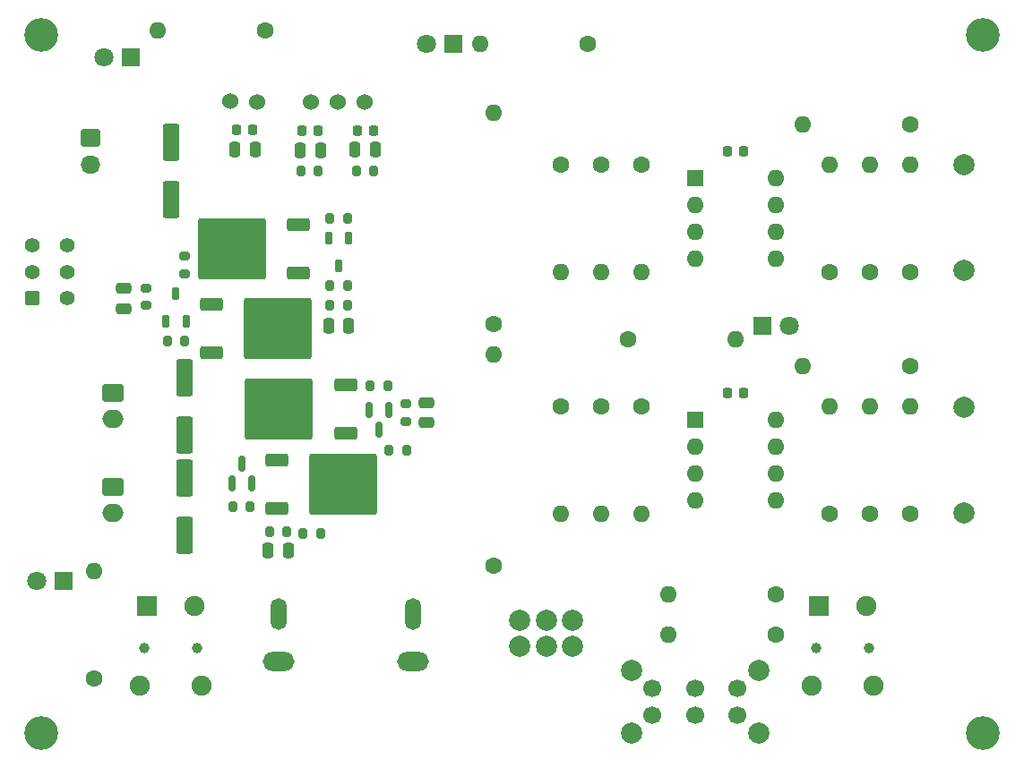
<source format=gbr>
%TF.GenerationSoftware,KiCad,Pcbnew,7.0.11*%
%TF.CreationDate,2024-12-01T20:51:01+09:00*%
%TF.ProjectId,AudioAmp_v0,41756469-6f41-46d7-905f-76302e6b6963,rev?*%
%TF.SameCoordinates,Original*%
%TF.FileFunction,Soldermask,Top*%
%TF.FilePolarity,Negative*%
%FSLAX46Y46*%
G04 Gerber Fmt 4.6, Leading zero omitted, Abs format (unit mm)*
G04 Created by KiCad (PCBNEW 7.0.11) date 2024-12-01 20:51:01*
%MOMM*%
%LPD*%
G01*
G04 APERTURE LIST*
G04 Aperture macros list*
%AMRoundRect*
0 Rectangle with rounded corners*
0 $1 Rounding radius*
0 $2 $3 $4 $5 $6 $7 $8 $9 X,Y pos of 4 corners*
0 Add a 4 corners polygon primitive as box body*
4,1,4,$2,$3,$4,$5,$6,$7,$8,$9,$2,$3,0*
0 Add four circle primitives for the rounded corners*
1,1,$1+$1,$2,$3*
1,1,$1+$1,$4,$5*
1,1,$1+$1,$6,$7*
1,1,$1+$1,$8,$9*
0 Add four rect primitives between the rounded corners*
20,1,$1+$1,$2,$3,$4,$5,0*
20,1,$1+$1,$4,$5,$6,$7,0*
20,1,$1+$1,$6,$7,$8,$9,0*
20,1,$1+$1,$8,$9,$2,$3,0*%
G04 Aperture macros list end*
%ADD10RoundRect,0.200000X0.200000X0.275000X-0.200000X0.275000X-0.200000X-0.275000X0.200000X-0.275000X0*%
%ADD11R,1.800000X1.800000*%
%ADD12C,1.800000*%
%ADD13C,1.600000*%
%ADD14O,1.600000X1.600000*%
%ADD15RoundRect,0.250000X-0.750000X0.600000X-0.750000X-0.600000X0.750000X-0.600000X0.750000X0.600000X0*%
%ADD16O,2.000000X1.700000*%
%ADD17C,2.000000*%
%ADD18C,3.200000*%
%ADD19RoundRect,0.150000X0.150000X-0.587500X0.150000X0.587500X-0.150000X0.587500X-0.150000X-0.587500X0*%
%ADD20RoundRect,0.225000X-0.225000X-0.250000X0.225000X-0.250000X0.225000X0.250000X-0.225000X0.250000X0*%
%ADD21RoundRect,0.200000X-0.200000X-0.275000X0.200000X-0.275000X0.200000X0.275000X-0.200000X0.275000X0*%
%ADD22RoundRect,0.250000X0.850000X0.350000X-0.850000X0.350000X-0.850000X-0.350000X0.850000X-0.350000X0*%
%ADD23RoundRect,0.249997X2.950003X2.650003X-2.950003X2.650003X-2.950003X-2.650003X2.950003X-2.650003X0*%
%ADD24R,1.600000X1.600000*%
%ADD25RoundRect,0.250000X-0.550000X1.500000X-0.550000X-1.500000X0.550000X-1.500000X0.550000X1.500000X0*%
%ADD26RoundRect,0.250000X0.475000X-0.250000X0.475000X0.250000X-0.475000X0.250000X-0.475000X-0.250000X0*%
%ADD27RoundRect,0.162500X0.162500X-0.447500X0.162500X0.447500X-0.162500X0.447500X-0.162500X-0.447500X0*%
%ADD28O,2.997200X1.803400*%
%ADD29O,1.498600X2.997200*%
%ADD30RoundRect,0.250000X0.550000X-1.500000X0.550000X1.500000X-0.550000X1.500000X-0.550000X-1.500000X0*%
%ADD31RoundRect,0.250000X0.250000X0.475000X-0.250000X0.475000X-0.250000X-0.475000X0.250000X-0.475000X0*%
%ADD32C,1.524000*%
%ADD33C,1.000000*%
%ADD34R,1.900000X1.900000*%
%ADD35C,1.900000*%
%ADD36RoundRect,0.250000X-0.250000X-0.475000X0.250000X-0.475000X0.250000X0.475000X-0.250000X0.475000X0*%
%ADD37RoundRect,0.225000X0.225000X0.250000X-0.225000X0.250000X-0.225000X-0.250000X0.225000X-0.250000X0*%
%ADD38RoundRect,0.250000X0.450000X-0.450000X0.450000X0.450000X-0.450000X0.450000X-0.450000X-0.450000X0*%
%ADD39C,1.400000*%
%ADD40RoundRect,0.250000X-0.675000X0.600000X-0.675000X-0.600000X0.675000X-0.600000X0.675000X0.600000X0*%
%ADD41O,1.850000X1.700000*%
%ADD42RoundRect,0.200000X-0.275000X0.200000X-0.275000X-0.200000X0.275000X-0.200000X0.275000X0.200000X0*%
%ADD43RoundRect,0.150000X-0.150000X0.587500X-0.150000X-0.587500X0.150000X-0.587500X0.150000X0.587500X0*%
%ADD44RoundRect,0.250000X-0.850000X-0.350000X0.850000X-0.350000X0.850000X0.350000X-0.850000X0.350000X0*%
%ADD45RoundRect,0.249997X-2.950003X-2.650003X2.950003X-2.650003X2.950003X2.650003X-2.950003X2.650003X0*%
%ADD46RoundRect,0.162500X-0.162500X0.447500X-0.162500X-0.447500X0.162500X-0.447500X0.162500X0.447500X0*%
%ADD47C,1.700000*%
G04 APERTURE END LIST*
D10*
%TO.C,R22*%
X31940000Y-20320000D03*
X30290000Y-20320000D03*
%TD*%
D11*
%TO.C,D3*%
X5080000Y-54610000D03*
D12*
X2540000Y-54610000D03*
%TD*%
D13*
%TO.C,R33*%
X8012613Y-63854341D03*
D14*
X8012613Y-53694341D03*
%TD*%
D15*
%TO.C,J6*%
X9800000Y-36850000D03*
D16*
X9800000Y-39350000D03*
%TD*%
D13*
%TO.C,C5*%
X45720000Y-53180000D03*
D14*
X45720000Y-33180000D03*
%TD*%
D15*
%TO.C,J7*%
X9800000Y-45740000D03*
D16*
X9800000Y-48240000D03*
%TD*%
D17*
%TO.C,C11*%
X90170000Y-38180000D03*
X90170000Y-48180000D03*
%TD*%
D18*
%TO.C,REF\u002A\u002A*%
X92000000Y-3000000D03*
%TD*%
D19*
%TO.C,Q7*%
X20994083Y-45387500D03*
X22894083Y-45387500D03*
X21944083Y-43512500D03*
%TD*%
D20*
%TO.C,C7*%
X32838876Y-12023612D03*
X34388876Y-12023612D03*
%TD*%
D11*
%TO.C,D1*%
X11430000Y-5080000D03*
D12*
X8890000Y-5080000D03*
%TD*%
D13*
%TO.C,R2*%
X52070000Y-38100000D03*
D14*
X52070000Y-48260000D03*
%TD*%
D13*
%TO.C,R3*%
X59690000Y-15240000D03*
D14*
X59690000Y-25400000D03*
%TD*%
D13*
%TO.C,R1*%
X52070000Y-15240000D03*
D14*
X52070000Y-25400000D03*
%TD*%
D21*
%TO.C,R27*%
X35871795Y-42241208D03*
X37521795Y-42241208D03*
%TD*%
D20*
%TO.C,C6*%
X27606841Y-12054955D03*
X29156841Y-12054955D03*
%TD*%
D13*
%TO.C,R8*%
X85090000Y-34290000D03*
D14*
X74930000Y-34290000D03*
%TD*%
D22*
%TO.C,Q1*%
X31750000Y-40640000D03*
D23*
X25450000Y-38360000D03*
D22*
X31750000Y-36080000D03*
%TD*%
D24*
%TO.C,U2*%
X64780000Y-16520000D03*
D14*
X64780000Y-19060000D03*
X64780000Y-21600000D03*
X64780000Y-24140000D03*
X72400000Y-24140000D03*
X72400000Y-21600000D03*
X72400000Y-19060000D03*
X72400000Y-16520000D03*
%TD*%
D10*
%TO.C,R17*%
X29192507Y-15864955D03*
X27542507Y-15864955D03*
%TD*%
D25*
%TO.C,C1*%
X15240000Y-13175000D03*
X15240000Y-18575000D03*
%TD*%
D26*
%TO.C,C14*%
X10795000Y-28890000D03*
X10795000Y-26990000D03*
%TD*%
D13*
%TO.C,R4*%
X59690000Y-38100000D03*
D14*
X59690000Y-48260000D03*
%TD*%
D21*
%TO.C,R24*%
X30290000Y-28575000D03*
X31940000Y-28575000D03*
%TD*%
D13*
%TO.C,R11*%
X81280000Y-25400000D03*
D14*
X81280000Y-15240000D03*
%TD*%
D27*
%TO.C,Q4*%
X14775148Y-30061082D03*
X16675148Y-30061082D03*
X15725148Y-27441082D03*
%TD*%
D21*
%TO.C,R30*%
X27750000Y-50165000D03*
X29400000Y-50165000D03*
%TD*%
D10*
%TO.C,R28*%
X22731717Y-47625000D03*
X21081717Y-47625000D03*
%TD*%
D21*
%TO.C,R25*%
X34100000Y-36195000D03*
X35750000Y-36195000D03*
%TD*%
D28*
%TO.C,J3*%
X25400000Y-62294000D03*
D29*
X25400000Y-57793999D03*
%TD*%
D13*
%TO.C,R31*%
X24130000Y-2540000D03*
D14*
X13970000Y-2540000D03*
%TD*%
D30*
%TO.C,C19*%
X16510000Y-50325000D03*
X16510000Y-44925000D03*
%TD*%
D13*
%TO.C,R32*%
X54610000Y-3810000D03*
D14*
X44450000Y-3810000D03*
%TD*%
D31*
%TO.C,C15*%
X32065000Y-30480000D03*
X30165000Y-30480000D03*
%TD*%
D18*
%TO.C,REF\u002A\u002A*%
X3000000Y-69000000D03*
%TD*%
D32*
%TO.C,U1*%
X20852500Y-9257500D03*
X23392500Y-9307500D03*
X28472500Y-9307500D03*
X31012500Y-9307500D03*
X33552500Y-9307500D03*
%TD*%
D33*
%TO.C,J5*%
X76240000Y-61000000D03*
X81240000Y-61000000D03*
D34*
X76490000Y-57000000D03*
D35*
X80990000Y-57000000D03*
X75840000Y-64500000D03*
X81640000Y-64500000D03*
%TD*%
D17*
%TO.C,RV1*%
X53200000Y-58355000D03*
X50700000Y-58355000D03*
X48200000Y-58355000D03*
X53200000Y-60855000D03*
X50700000Y-60855000D03*
X48200000Y-60855000D03*
%TD*%
D36*
%TO.C,C8*%
X27464443Y-13925586D03*
X29364443Y-13925586D03*
%TD*%
D18*
%TO.C,REF\u002A\u002A*%
X92000000Y-69000000D03*
%TD*%
D13*
%TO.C,R9*%
X85090000Y-25400000D03*
D14*
X85090000Y-15240000D03*
%TD*%
D30*
%TO.C,C18*%
X16510000Y-40800000D03*
X16510000Y-35400000D03*
%TD*%
D37*
%TO.C,C12*%
X69355000Y-13970000D03*
X67805000Y-13970000D03*
%TD*%
D31*
%TO.C,C17*%
X26318306Y-51779805D03*
X24418306Y-51779805D03*
%TD*%
D38*
%TO.C,SW1*%
X2167500Y-27900000D03*
D39*
X2167500Y-25400000D03*
X2167500Y-22900000D03*
X5467500Y-27900000D03*
X5467500Y-25400000D03*
X5467500Y-22900000D03*
%TD*%
D37*
%TO.C,C13*%
X69355000Y-36830000D03*
X67805000Y-36830000D03*
%TD*%
D36*
%TO.C,C2*%
X21283454Y-13820195D03*
X23183454Y-13820195D03*
%TD*%
D40*
%TO.C,J2*%
X7620000Y-12740000D03*
D41*
X7620000Y-15240000D03*
%TD*%
D11*
%TO.C,D2*%
X41910000Y-3810000D03*
D12*
X39370000Y-3810000D03*
%TD*%
D42*
%TO.C,R19*%
X12890000Y-26925000D03*
X12890000Y-28575000D03*
%TD*%
D17*
%TO.C,C10*%
X90180000Y-15250000D03*
X90180000Y-25250000D03*
%TD*%
D43*
%TO.C,Q3*%
X35875000Y-38432500D03*
X33975000Y-38432500D03*
X34925000Y-40307500D03*
%TD*%
D10*
%TO.C,R18*%
X34438876Y-15833612D03*
X32788876Y-15833612D03*
%TD*%
D44*
%TO.C,Q2*%
X19050000Y-28460000D03*
D45*
X25350000Y-30740000D03*
D44*
X19050000Y-33020000D03*
%TD*%
D21*
%TO.C,R21*%
X14900148Y-31926082D03*
X16550148Y-31926082D03*
%TD*%
D13*
%TO.C,R6*%
X55880000Y-38100000D03*
D14*
X55880000Y-48260000D03*
%TD*%
D22*
%TO.C,Q6*%
X27305000Y-25515000D03*
D23*
X21005000Y-23235000D03*
D22*
X27305000Y-20955000D03*
%TD*%
D13*
%TO.C,R12*%
X81280000Y-48260000D03*
D14*
X81280000Y-38100000D03*
%TD*%
D13*
%TO.C,R10*%
X85090000Y-48260000D03*
D14*
X85090000Y-38100000D03*
%TD*%
D24*
%TO.C,U3*%
X64780000Y-39380000D03*
D14*
X64780000Y-41920000D03*
X64780000Y-44460000D03*
X64780000Y-47000000D03*
X72400000Y-47000000D03*
X72400000Y-44460000D03*
X72400000Y-41920000D03*
X72400000Y-39380000D03*
%TD*%
D28*
%TO.C,J4*%
X38100000Y-62294000D03*
D29*
X38100000Y-57793999D03*
%TD*%
D13*
%TO.C,R7*%
X85090000Y-11430000D03*
D14*
X74930000Y-11430000D03*
%TD*%
D13*
%TO.C,R15*%
X72390000Y-59690000D03*
D14*
X62230000Y-59690000D03*
%TD*%
D46*
%TO.C,Q5*%
X32065000Y-22185000D03*
X30165000Y-22185000D03*
X31115000Y-24805000D03*
%TD*%
D20*
%TO.C,C3*%
X21420325Y-11926931D03*
X22970325Y-11926931D03*
%TD*%
D33*
%TO.C,J1*%
X12740000Y-61000000D03*
X17740000Y-61000000D03*
D34*
X12990000Y-57000000D03*
D35*
X17490000Y-57000000D03*
X12340000Y-64500000D03*
X18140000Y-64500000D03*
%TD*%
D13*
%TO.C,R13*%
X77470000Y-25400000D03*
D14*
X77470000Y-15240000D03*
%TD*%
D13*
%TO.C,R5*%
X55880000Y-15240000D03*
D14*
X55880000Y-25400000D03*
%TD*%
D13*
%TO.C,R34*%
X58420000Y-31750000D03*
D14*
X68580000Y-31750000D03*
%TD*%
D21*
%TO.C,R29*%
X24543306Y-49952335D03*
X26193306Y-49952335D03*
%TD*%
D13*
%TO.C,C4*%
X45720000Y-30320000D03*
D14*
X45720000Y-10320000D03*
%TD*%
D13*
%TO.C,R16*%
X72390000Y-55880000D03*
D14*
X62230000Y-55880000D03*
%TD*%
D42*
%TO.C,R26*%
X37465000Y-37910000D03*
X37465000Y-39560000D03*
%TD*%
D13*
%TO.C,R14*%
X77470000Y-48260000D03*
D14*
X77470000Y-38100000D03*
%TD*%
D21*
%TO.C,R23*%
X30290000Y-26670000D03*
X31940000Y-26670000D03*
%TD*%
D36*
%TO.C,C9*%
X32663876Y-13839580D03*
X34563876Y-13839580D03*
%TD*%
D18*
%TO.C,REF\u002A\u002A*%
X3000000Y-3000000D03*
%TD*%
D17*
%TO.C,SW2*%
X58770000Y-63060000D03*
X58770000Y-69060000D03*
X70770000Y-63060000D03*
X70770000Y-69060000D03*
D47*
X60770000Y-64810000D03*
X64770000Y-64810000D03*
X68770000Y-64810000D03*
X60770000Y-67310000D03*
X64770000Y-67310000D03*
X68770000Y-67310000D03*
%TD*%
D42*
%TO.C,R20*%
X16510000Y-23940000D03*
X16510000Y-25590000D03*
%TD*%
D26*
%TO.C,C16*%
X39370000Y-39685000D03*
X39370000Y-37785000D03*
%TD*%
D11*
%TO.C,D4*%
X71120000Y-30480000D03*
D12*
X73660000Y-30480000D03*
%TD*%
D44*
%TO.C,Q8*%
X25220000Y-43185000D03*
D45*
X31520000Y-45465000D03*
D44*
X25220000Y-47745000D03*
%TD*%
M02*

</source>
